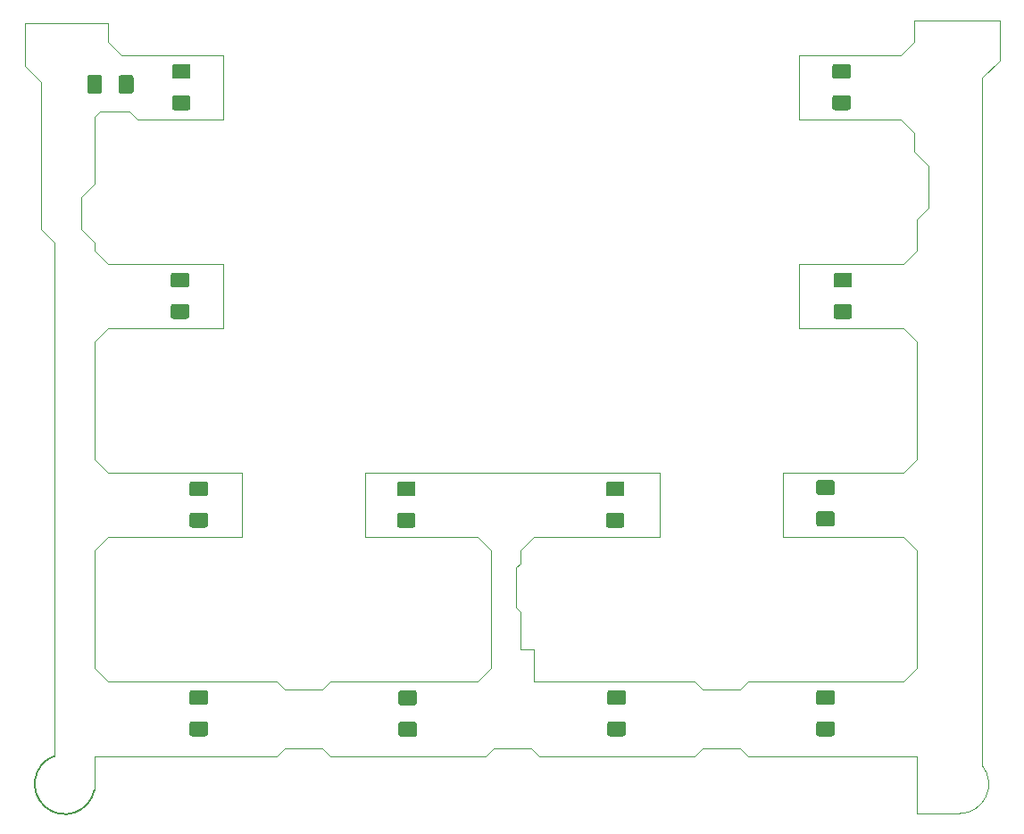
<source format=gbr>
G04 #@! TF.GenerationSoftware,KiCad,Pcbnew,(5.1.5)-3*
G04 #@! TF.CreationDate,2020-06-30T23:52:34-07:00*
G04 #@! TF.ProjectId,daughter,64617567-6874-4657-922e-6b696361645f,rev?*
G04 #@! TF.SameCoordinates,Original*
G04 #@! TF.FileFunction,Paste,Bot*
G04 #@! TF.FilePolarity,Positive*
%FSLAX46Y46*%
G04 Gerber Fmt 4.6, Leading zero omitted, Abs format (unit mm)*
G04 Created by KiCad (PCBNEW (5.1.5)-3) date 2020-06-30 23:52:34*
%MOMM*%
%LPD*%
G04 APERTURE LIST*
%ADD10C,0.050000*%
%ADD11C,0.120000*%
%ADD12C,0.150000*%
%ADD13C,0.100000*%
G04 APERTURE END LIST*
D10*
X143510000Y-186690000D02*
X159512000Y-186690000D01*
X139192000Y-185928000D02*
X138430000Y-186690000D01*
X142748000Y-185928000D02*
X139192000Y-185928000D01*
X143510000Y-186690000D02*
X142748000Y-185928000D01*
X74930000Y-121158000D02*
X74930000Y-117094000D01*
X76454000Y-122682000D02*
X74930000Y-121158000D01*
X76454000Y-136652000D02*
X76454000Y-122682000D01*
X77724000Y-137922000D02*
X76454000Y-136652000D01*
X77724000Y-137922000D02*
X77724001Y-186690001D01*
X81534000Y-186690000D02*
X81536221Y-189928213D01*
X98806000Y-186690000D02*
X81534000Y-186690000D01*
X99568000Y-185928000D02*
X98806000Y-186690000D01*
X103124000Y-185928000D02*
X99568000Y-185928000D01*
X103886000Y-186690000D02*
X103124000Y-185928000D01*
X118618000Y-186690000D02*
X103886000Y-186690000D01*
X119380000Y-185928000D02*
X118618000Y-186690000D01*
X122936000Y-185928000D02*
X119380000Y-185928000D01*
X123698000Y-186690000D02*
X122936000Y-185928000D01*
X138430000Y-186690000D02*
X123698000Y-186690000D01*
X159512000Y-192151000D02*
X159512000Y-186690000D01*
X159512000Y-192151000D02*
X163576000Y-192151000D01*
X165735000Y-122301000D02*
X165735000Y-187579000D01*
X167386000Y-120650000D02*
X165735000Y-122301000D01*
X167386000Y-116840000D02*
X167386000Y-120650000D01*
X159258000Y-116840000D02*
X167386000Y-116840000D01*
X159258000Y-118872000D02*
X159258000Y-116840000D01*
X157988000Y-120142000D02*
X159258000Y-118872000D01*
X148336000Y-120142000D02*
X157988000Y-120142000D01*
X148336000Y-126238000D02*
X148336000Y-120142000D01*
X157988000Y-126238000D02*
X148336000Y-126238000D01*
X159258000Y-127508000D02*
X157988000Y-126238000D01*
X159258000Y-129286000D02*
X159258000Y-127508000D01*
X160655000Y-130683000D02*
X159258000Y-129286000D01*
X160655000Y-134620000D02*
X160655000Y-130683000D01*
X159512000Y-135763000D02*
X160655000Y-134620000D01*
X159512000Y-138684000D02*
X159512000Y-135763000D01*
X158242000Y-139954000D02*
X159512000Y-138684000D01*
X148336000Y-139954000D02*
X158242000Y-139954000D01*
X148336000Y-146050000D02*
X148336000Y-139954000D01*
X158242000Y-146050000D02*
X148336000Y-146050000D01*
X159512000Y-147320000D02*
X158242000Y-146050000D01*
X159512000Y-158496000D02*
X159512000Y-147320000D01*
X158242000Y-159766000D02*
X159512000Y-158496000D01*
X146812000Y-159766000D02*
X158242000Y-159766000D01*
X146812000Y-165862000D02*
X146812000Y-159766000D01*
X158242000Y-165862000D02*
X146812000Y-165862000D01*
X159512000Y-167132000D02*
X158242000Y-165862000D01*
X159512000Y-178308000D02*
X159512000Y-167132000D01*
X158242000Y-179578000D02*
X159512000Y-178308000D01*
X143510000Y-179578000D02*
X158242000Y-179578000D01*
X142748000Y-180340000D02*
X143510000Y-179578000D01*
X139192000Y-180340000D02*
X142748000Y-180340000D01*
X138430000Y-179578000D02*
X139192000Y-180340000D01*
X123190000Y-179578000D02*
X138430000Y-179578000D01*
X123190000Y-176530000D02*
X123190000Y-179578000D01*
X121920000Y-176530000D02*
X123190000Y-176530000D01*
X121920000Y-172974000D02*
X121920000Y-176530000D01*
X121539000Y-172593000D02*
X121920000Y-172974000D01*
X121539000Y-168783000D02*
X121539000Y-172593000D01*
X121920000Y-168402000D02*
X121539000Y-168783000D01*
X121920000Y-167132000D02*
X121920000Y-168402000D01*
X123190000Y-165862000D02*
X121920000Y-167132000D01*
X135128000Y-165862000D02*
X123190000Y-165862000D01*
X135128000Y-159766000D02*
X135128000Y-165862000D01*
X107188000Y-159766000D02*
X135128000Y-159766000D01*
X107188000Y-165862000D02*
X107188000Y-159766000D01*
X117856000Y-165862000D02*
X107188000Y-165862000D01*
X119126000Y-167132000D02*
X117856000Y-165862000D01*
X119126000Y-178308000D02*
X119126000Y-167132000D01*
X117856000Y-179578000D02*
X119126000Y-178308000D01*
X103886000Y-179578000D02*
X117856000Y-179578000D01*
X103124000Y-180340000D02*
X103886000Y-179578000D01*
X99568000Y-180340000D02*
X103124000Y-180340000D01*
X98806000Y-179578000D02*
X99568000Y-180340000D01*
X82804000Y-179578000D02*
X98806000Y-179578000D01*
X81534000Y-178308000D02*
X82804000Y-179578000D01*
X81534000Y-167132000D02*
X81534000Y-178308000D01*
X82804000Y-165862000D02*
X81534000Y-167132000D01*
X95504000Y-165862000D02*
X82804000Y-165862000D01*
X95504000Y-159766000D02*
X95504000Y-165862000D01*
X82804000Y-159766000D02*
X95504000Y-159766000D01*
X81534000Y-158496000D02*
X82804000Y-159766000D01*
X81534000Y-147320000D02*
X81534000Y-158496000D01*
X82804000Y-146050000D02*
X81534000Y-147320000D01*
X93726000Y-146050000D02*
X82804000Y-146050000D01*
X93726000Y-139954000D02*
X93726000Y-146050000D01*
X82804000Y-139954000D02*
X93726000Y-139954000D01*
X81534000Y-138684000D02*
X82804000Y-139954000D01*
X81534000Y-137922000D02*
X81534000Y-138684000D01*
X80264000Y-136652000D02*
X81534000Y-137922000D01*
X80264000Y-133604000D02*
X80264000Y-136652000D01*
X81534000Y-132334000D02*
X80264000Y-133604000D01*
X81534000Y-125984000D02*
X81534000Y-132334000D01*
X82042000Y-125476000D02*
X81534000Y-125984000D01*
X84836000Y-125476000D02*
X82042000Y-125476000D01*
X85598000Y-126238000D02*
X84836000Y-125476000D01*
X93726000Y-126238000D02*
X85598000Y-126238000D01*
X93726000Y-120142000D02*
X93726000Y-126238000D01*
X84074000Y-120142000D02*
X93726000Y-120142000D01*
X82804000Y-118872000D02*
X84074000Y-120142000D01*
X82804000Y-117094000D02*
X82804000Y-118872000D01*
X74930000Y-117094000D02*
X82804000Y-117094000D01*
D11*
X165731919Y-187579797D02*
G75*
G02X163576000Y-192151000I-2155919J-1777203D01*
G01*
D12*
X81536221Y-189928213D02*
G75*
G02X77724001Y-186690001I-2796221J571213D01*
G01*
D13*
G36*
X85032504Y-122062204D02*
G01*
X85056773Y-122065804D01*
X85080571Y-122071765D01*
X85103671Y-122080030D01*
X85125849Y-122090520D01*
X85146893Y-122103133D01*
X85166598Y-122117747D01*
X85184777Y-122134223D01*
X85201253Y-122152402D01*
X85215867Y-122172107D01*
X85228480Y-122193151D01*
X85238970Y-122215329D01*
X85247235Y-122238429D01*
X85253196Y-122262227D01*
X85256796Y-122286496D01*
X85258000Y-122311000D01*
X85258000Y-123561000D01*
X85256796Y-123585504D01*
X85253196Y-123609773D01*
X85247235Y-123633571D01*
X85238970Y-123656671D01*
X85228480Y-123678849D01*
X85215867Y-123699893D01*
X85201253Y-123719598D01*
X85184777Y-123737777D01*
X85166598Y-123754253D01*
X85146893Y-123768867D01*
X85125849Y-123781480D01*
X85103671Y-123791970D01*
X85080571Y-123800235D01*
X85056773Y-123806196D01*
X85032504Y-123809796D01*
X85008000Y-123811000D01*
X84083000Y-123811000D01*
X84058496Y-123809796D01*
X84034227Y-123806196D01*
X84010429Y-123800235D01*
X83987329Y-123791970D01*
X83965151Y-123781480D01*
X83944107Y-123768867D01*
X83924402Y-123754253D01*
X83906223Y-123737777D01*
X83889747Y-123719598D01*
X83875133Y-123699893D01*
X83862520Y-123678849D01*
X83852030Y-123656671D01*
X83843765Y-123633571D01*
X83837804Y-123609773D01*
X83834204Y-123585504D01*
X83833000Y-123561000D01*
X83833000Y-122311000D01*
X83834204Y-122286496D01*
X83837804Y-122262227D01*
X83843765Y-122238429D01*
X83852030Y-122215329D01*
X83862520Y-122193151D01*
X83875133Y-122172107D01*
X83889747Y-122152402D01*
X83906223Y-122134223D01*
X83924402Y-122117747D01*
X83944107Y-122103133D01*
X83965151Y-122090520D01*
X83987329Y-122080030D01*
X84010429Y-122071765D01*
X84034227Y-122065804D01*
X84058496Y-122062204D01*
X84083000Y-122061000D01*
X85008000Y-122061000D01*
X85032504Y-122062204D01*
G37*
G36*
X82057504Y-122062204D02*
G01*
X82081773Y-122065804D01*
X82105571Y-122071765D01*
X82128671Y-122080030D01*
X82150849Y-122090520D01*
X82171893Y-122103133D01*
X82191598Y-122117747D01*
X82209777Y-122134223D01*
X82226253Y-122152402D01*
X82240867Y-122172107D01*
X82253480Y-122193151D01*
X82263970Y-122215329D01*
X82272235Y-122238429D01*
X82278196Y-122262227D01*
X82281796Y-122286496D01*
X82283000Y-122311000D01*
X82283000Y-123561000D01*
X82281796Y-123585504D01*
X82278196Y-123609773D01*
X82272235Y-123633571D01*
X82263970Y-123656671D01*
X82253480Y-123678849D01*
X82240867Y-123699893D01*
X82226253Y-123719598D01*
X82209777Y-123737777D01*
X82191598Y-123754253D01*
X82171893Y-123768867D01*
X82150849Y-123781480D01*
X82128671Y-123791970D01*
X82105571Y-123800235D01*
X82081773Y-123806196D01*
X82057504Y-123809796D01*
X82033000Y-123811000D01*
X81108000Y-123811000D01*
X81083496Y-123809796D01*
X81059227Y-123806196D01*
X81035429Y-123800235D01*
X81012329Y-123791970D01*
X80990151Y-123781480D01*
X80969107Y-123768867D01*
X80949402Y-123754253D01*
X80931223Y-123737777D01*
X80914747Y-123719598D01*
X80900133Y-123699893D01*
X80887520Y-123678849D01*
X80877030Y-123656671D01*
X80868765Y-123633571D01*
X80862804Y-123609773D01*
X80859204Y-123585504D01*
X80858000Y-123561000D01*
X80858000Y-122311000D01*
X80859204Y-122286496D01*
X80862804Y-122262227D01*
X80868765Y-122238429D01*
X80877030Y-122215329D01*
X80887520Y-122193151D01*
X80900133Y-122172107D01*
X80914747Y-122152402D01*
X80931223Y-122134223D01*
X80949402Y-122117747D01*
X80969107Y-122103133D01*
X80990151Y-122090520D01*
X81012329Y-122080030D01*
X81035429Y-122071765D01*
X81059227Y-122065804D01*
X81083496Y-122062204D01*
X81108000Y-122061000D01*
X82033000Y-122061000D01*
X82057504Y-122062204D01*
G37*
G36*
X92089504Y-183402204D02*
G01*
X92113773Y-183405804D01*
X92137571Y-183411765D01*
X92160671Y-183420030D01*
X92182849Y-183430520D01*
X92203893Y-183443133D01*
X92223598Y-183457747D01*
X92241777Y-183474223D01*
X92258253Y-183492402D01*
X92272867Y-183512107D01*
X92285480Y-183533151D01*
X92295970Y-183555329D01*
X92304235Y-183578429D01*
X92310196Y-183602227D01*
X92313796Y-183626496D01*
X92315000Y-183651000D01*
X92315000Y-184576000D01*
X92313796Y-184600504D01*
X92310196Y-184624773D01*
X92304235Y-184648571D01*
X92295970Y-184671671D01*
X92285480Y-184693849D01*
X92272867Y-184714893D01*
X92258253Y-184734598D01*
X92241777Y-184752777D01*
X92223598Y-184769253D01*
X92203893Y-184783867D01*
X92182849Y-184796480D01*
X92160671Y-184806970D01*
X92137571Y-184815235D01*
X92113773Y-184821196D01*
X92089504Y-184824796D01*
X92065000Y-184826000D01*
X90815000Y-184826000D01*
X90790496Y-184824796D01*
X90766227Y-184821196D01*
X90742429Y-184815235D01*
X90719329Y-184806970D01*
X90697151Y-184796480D01*
X90676107Y-184783867D01*
X90656402Y-184769253D01*
X90638223Y-184752777D01*
X90621747Y-184734598D01*
X90607133Y-184714893D01*
X90594520Y-184693849D01*
X90584030Y-184671671D01*
X90575765Y-184648571D01*
X90569804Y-184624773D01*
X90566204Y-184600504D01*
X90565000Y-184576000D01*
X90565000Y-183651000D01*
X90566204Y-183626496D01*
X90569804Y-183602227D01*
X90575765Y-183578429D01*
X90584030Y-183555329D01*
X90594520Y-183533151D01*
X90607133Y-183512107D01*
X90621747Y-183492402D01*
X90638223Y-183474223D01*
X90656402Y-183457747D01*
X90676107Y-183443133D01*
X90697151Y-183430520D01*
X90719329Y-183420030D01*
X90742429Y-183411765D01*
X90766227Y-183405804D01*
X90790496Y-183402204D01*
X90815000Y-183401000D01*
X92065000Y-183401000D01*
X92089504Y-183402204D01*
G37*
G36*
X92089504Y-180427204D02*
G01*
X92113773Y-180430804D01*
X92137571Y-180436765D01*
X92160671Y-180445030D01*
X92182849Y-180455520D01*
X92203893Y-180468133D01*
X92223598Y-180482747D01*
X92241777Y-180499223D01*
X92258253Y-180517402D01*
X92272867Y-180537107D01*
X92285480Y-180558151D01*
X92295970Y-180580329D01*
X92304235Y-180603429D01*
X92310196Y-180627227D01*
X92313796Y-180651496D01*
X92315000Y-180676000D01*
X92315000Y-181601000D01*
X92313796Y-181625504D01*
X92310196Y-181649773D01*
X92304235Y-181673571D01*
X92295970Y-181696671D01*
X92285480Y-181718849D01*
X92272867Y-181739893D01*
X92258253Y-181759598D01*
X92241777Y-181777777D01*
X92223598Y-181794253D01*
X92203893Y-181808867D01*
X92182849Y-181821480D01*
X92160671Y-181831970D01*
X92137571Y-181840235D01*
X92113773Y-181846196D01*
X92089504Y-181849796D01*
X92065000Y-181851000D01*
X90815000Y-181851000D01*
X90790496Y-181849796D01*
X90766227Y-181846196D01*
X90742429Y-181840235D01*
X90719329Y-181831970D01*
X90697151Y-181821480D01*
X90676107Y-181808867D01*
X90656402Y-181794253D01*
X90638223Y-181777777D01*
X90621747Y-181759598D01*
X90607133Y-181739893D01*
X90594520Y-181718849D01*
X90584030Y-181696671D01*
X90575765Y-181673571D01*
X90569804Y-181649773D01*
X90566204Y-181625504D01*
X90565000Y-181601000D01*
X90565000Y-180676000D01*
X90566204Y-180651496D01*
X90569804Y-180627227D01*
X90575765Y-180603429D01*
X90584030Y-180580329D01*
X90594520Y-180558151D01*
X90607133Y-180537107D01*
X90621747Y-180517402D01*
X90638223Y-180499223D01*
X90656402Y-180482747D01*
X90676107Y-180468133D01*
X90697151Y-180455520D01*
X90719329Y-180445030D01*
X90742429Y-180436765D01*
X90766227Y-180430804D01*
X90790496Y-180427204D01*
X90815000Y-180426000D01*
X92065000Y-180426000D01*
X92089504Y-180427204D01*
G37*
G36*
X92089504Y-163590204D02*
G01*
X92113773Y-163593804D01*
X92137571Y-163599765D01*
X92160671Y-163608030D01*
X92182849Y-163618520D01*
X92203893Y-163631133D01*
X92223598Y-163645747D01*
X92241777Y-163662223D01*
X92258253Y-163680402D01*
X92272867Y-163700107D01*
X92285480Y-163721151D01*
X92295970Y-163743329D01*
X92304235Y-163766429D01*
X92310196Y-163790227D01*
X92313796Y-163814496D01*
X92315000Y-163839000D01*
X92315000Y-164764000D01*
X92313796Y-164788504D01*
X92310196Y-164812773D01*
X92304235Y-164836571D01*
X92295970Y-164859671D01*
X92285480Y-164881849D01*
X92272867Y-164902893D01*
X92258253Y-164922598D01*
X92241777Y-164940777D01*
X92223598Y-164957253D01*
X92203893Y-164971867D01*
X92182849Y-164984480D01*
X92160671Y-164994970D01*
X92137571Y-165003235D01*
X92113773Y-165009196D01*
X92089504Y-165012796D01*
X92065000Y-165014000D01*
X90815000Y-165014000D01*
X90790496Y-165012796D01*
X90766227Y-165009196D01*
X90742429Y-165003235D01*
X90719329Y-164994970D01*
X90697151Y-164984480D01*
X90676107Y-164971867D01*
X90656402Y-164957253D01*
X90638223Y-164940777D01*
X90621747Y-164922598D01*
X90607133Y-164902893D01*
X90594520Y-164881849D01*
X90584030Y-164859671D01*
X90575765Y-164836571D01*
X90569804Y-164812773D01*
X90566204Y-164788504D01*
X90565000Y-164764000D01*
X90565000Y-163839000D01*
X90566204Y-163814496D01*
X90569804Y-163790227D01*
X90575765Y-163766429D01*
X90584030Y-163743329D01*
X90594520Y-163721151D01*
X90607133Y-163700107D01*
X90621747Y-163680402D01*
X90638223Y-163662223D01*
X90656402Y-163645747D01*
X90676107Y-163631133D01*
X90697151Y-163618520D01*
X90719329Y-163608030D01*
X90742429Y-163599765D01*
X90766227Y-163593804D01*
X90790496Y-163590204D01*
X90815000Y-163589000D01*
X92065000Y-163589000D01*
X92089504Y-163590204D01*
G37*
G36*
X92089504Y-160615204D02*
G01*
X92113773Y-160618804D01*
X92137571Y-160624765D01*
X92160671Y-160633030D01*
X92182849Y-160643520D01*
X92203893Y-160656133D01*
X92223598Y-160670747D01*
X92241777Y-160687223D01*
X92258253Y-160705402D01*
X92272867Y-160725107D01*
X92285480Y-160746151D01*
X92295970Y-160768329D01*
X92304235Y-160791429D01*
X92310196Y-160815227D01*
X92313796Y-160839496D01*
X92315000Y-160864000D01*
X92315000Y-161789000D01*
X92313796Y-161813504D01*
X92310196Y-161837773D01*
X92304235Y-161861571D01*
X92295970Y-161884671D01*
X92285480Y-161906849D01*
X92272867Y-161927893D01*
X92258253Y-161947598D01*
X92241777Y-161965777D01*
X92223598Y-161982253D01*
X92203893Y-161996867D01*
X92182849Y-162009480D01*
X92160671Y-162019970D01*
X92137571Y-162028235D01*
X92113773Y-162034196D01*
X92089504Y-162037796D01*
X92065000Y-162039000D01*
X90815000Y-162039000D01*
X90790496Y-162037796D01*
X90766227Y-162034196D01*
X90742429Y-162028235D01*
X90719329Y-162019970D01*
X90697151Y-162009480D01*
X90676107Y-161996867D01*
X90656402Y-161982253D01*
X90638223Y-161965777D01*
X90621747Y-161947598D01*
X90607133Y-161927893D01*
X90594520Y-161906849D01*
X90584030Y-161884671D01*
X90575765Y-161861571D01*
X90569804Y-161837773D01*
X90566204Y-161813504D01*
X90565000Y-161789000D01*
X90565000Y-160864000D01*
X90566204Y-160839496D01*
X90569804Y-160815227D01*
X90575765Y-160791429D01*
X90584030Y-160768329D01*
X90594520Y-160746151D01*
X90607133Y-160725107D01*
X90621747Y-160705402D01*
X90638223Y-160687223D01*
X90656402Y-160670747D01*
X90676107Y-160656133D01*
X90697151Y-160643520D01*
X90719329Y-160633030D01*
X90742429Y-160624765D01*
X90766227Y-160618804D01*
X90790496Y-160615204D01*
X90815000Y-160614000D01*
X92065000Y-160614000D01*
X92089504Y-160615204D01*
G37*
G36*
X90311504Y-140803204D02*
G01*
X90335773Y-140806804D01*
X90359571Y-140812765D01*
X90382671Y-140821030D01*
X90404849Y-140831520D01*
X90425893Y-140844133D01*
X90445598Y-140858747D01*
X90463777Y-140875223D01*
X90480253Y-140893402D01*
X90494867Y-140913107D01*
X90507480Y-140934151D01*
X90517970Y-140956329D01*
X90526235Y-140979429D01*
X90532196Y-141003227D01*
X90535796Y-141027496D01*
X90537000Y-141052000D01*
X90537000Y-141977000D01*
X90535796Y-142001504D01*
X90532196Y-142025773D01*
X90526235Y-142049571D01*
X90517970Y-142072671D01*
X90507480Y-142094849D01*
X90494867Y-142115893D01*
X90480253Y-142135598D01*
X90463777Y-142153777D01*
X90445598Y-142170253D01*
X90425893Y-142184867D01*
X90404849Y-142197480D01*
X90382671Y-142207970D01*
X90359571Y-142216235D01*
X90335773Y-142222196D01*
X90311504Y-142225796D01*
X90287000Y-142227000D01*
X89037000Y-142227000D01*
X89012496Y-142225796D01*
X88988227Y-142222196D01*
X88964429Y-142216235D01*
X88941329Y-142207970D01*
X88919151Y-142197480D01*
X88898107Y-142184867D01*
X88878402Y-142170253D01*
X88860223Y-142153777D01*
X88843747Y-142135598D01*
X88829133Y-142115893D01*
X88816520Y-142094849D01*
X88806030Y-142072671D01*
X88797765Y-142049571D01*
X88791804Y-142025773D01*
X88788204Y-142001504D01*
X88787000Y-141977000D01*
X88787000Y-141052000D01*
X88788204Y-141027496D01*
X88791804Y-141003227D01*
X88797765Y-140979429D01*
X88806030Y-140956329D01*
X88816520Y-140934151D01*
X88829133Y-140913107D01*
X88843747Y-140893402D01*
X88860223Y-140875223D01*
X88878402Y-140858747D01*
X88898107Y-140844133D01*
X88919151Y-140831520D01*
X88941329Y-140821030D01*
X88964429Y-140812765D01*
X88988227Y-140806804D01*
X89012496Y-140803204D01*
X89037000Y-140802000D01*
X90287000Y-140802000D01*
X90311504Y-140803204D01*
G37*
G36*
X90311504Y-143778204D02*
G01*
X90335773Y-143781804D01*
X90359571Y-143787765D01*
X90382671Y-143796030D01*
X90404849Y-143806520D01*
X90425893Y-143819133D01*
X90445598Y-143833747D01*
X90463777Y-143850223D01*
X90480253Y-143868402D01*
X90494867Y-143888107D01*
X90507480Y-143909151D01*
X90517970Y-143931329D01*
X90526235Y-143954429D01*
X90532196Y-143978227D01*
X90535796Y-144002496D01*
X90537000Y-144027000D01*
X90537000Y-144952000D01*
X90535796Y-144976504D01*
X90532196Y-145000773D01*
X90526235Y-145024571D01*
X90517970Y-145047671D01*
X90507480Y-145069849D01*
X90494867Y-145090893D01*
X90480253Y-145110598D01*
X90463777Y-145128777D01*
X90445598Y-145145253D01*
X90425893Y-145159867D01*
X90404849Y-145172480D01*
X90382671Y-145182970D01*
X90359571Y-145191235D01*
X90335773Y-145197196D01*
X90311504Y-145200796D01*
X90287000Y-145202000D01*
X89037000Y-145202000D01*
X89012496Y-145200796D01*
X88988227Y-145197196D01*
X88964429Y-145191235D01*
X88941329Y-145182970D01*
X88919151Y-145172480D01*
X88898107Y-145159867D01*
X88878402Y-145145253D01*
X88860223Y-145128777D01*
X88843747Y-145110598D01*
X88829133Y-145090893D01*
X88816520Y-145069849D01*
X88806030Y-145047671D01*
X88797765Y-145024571D01*
X88791804Y-145000773D01*
X88788204Y-144976504D01*
X88787000Y-144952000D01*
X88787000Y-144027000D01*
X88788204Y-144002496D01*
X88791804Y-143978227D01*
X88797765Y-143954429D01*
X88806030Y-143931329D01*
X88816520Y-143909151D01*
X88829133Y-143888107D01*
X88843747Y-143868402D01*
X88860223Y-143850223D01*
X88878402Y-143833747D01*
X88898107Y-143819133D01*
X88919151Y-143806520D01*
X88941329Y-143796030D01*
X88964429Y-143787765D01*
X88988227Y-143781804D01*
X89012496Y-143778204D01*
X89037000Y-143777000D01*
X90287000Y-143777000D01*
X90311504Y-143778204D01*
G37*
G36*
X90438504Y-123966204D02*
G01*
X90462773Y-123969804D01*
X90486571Y-123975765D01*
X90509671Y-123984030D01*
X90531849Y-123994520D01*
X90552893Y-124007133D01*
X90572598Y-124021747D01*
X90590777Y-124038223D01*
X90607253Y-124056402D01*
X90621867Y-124076107D01*
X90634480Y-124097151D01*
X90644970Y-124119329D01*
X90653235Y-124142429D01*
X90659196Y-124166227D01*
X90662796Y-124190496D01*
X90664000Y-124215000D01*
X90664000Y-125140000D01*
X90662796Y-125164504D01*
X90659196Y-125188773D01*
X90653235Y-125212571D01*
X90644970Y-125235671D01*
X90634480Y-125257849D01*
X90621867Y-125278893D01*
X90607253Y-125298598D01*
X90590777Y-125316777D01*
X90572598Y-125333253D01*
X90552893Y-125347867D01*
X90531849Y-125360480D01*
X90509671Y-125370970D01*
X90486571Y-125379235D01*
X90462773Y-125385196D01*
X90438504Y-125388796D01*
X90414000Y-125390000D01*
X89164000Y-125390000D01*
X89139496Y-125388796D01*
X89115227Y-125385196D01*
X89091429Y-125379235D01*
X89068329Y-125370970D01*
X89046151Y-125360480D01*
X89025107Y-125347867D01*
X89005402Y-125333253D01*
X88987223Y-125316777D01*
X88970747Y-125298598D01*
X88956133Y-125278893D01*
X88943520Y-125257849D01*
X88933030Y-125235671D01*
X88924765Y-125212571D01*
X88918804Y-125188773D01*
X88915204Y-125164504D01*
X88914000Y-125140000D01*
X88914000Y-124215000D01*
X88915204Y-124190496D01*
X88918804Y-124166227D01*
X88924765Y-124142429D01*
X88933030Y-124119329D01*
X88943520Y-124097151D01*
X88956133Y-124076107D01*
X88970747Y-124056402D01*
X88987223Y-124038223D01*
X89005402Y-124021747D01*
X89025107Y-124007133D01*
X89046151Y-123994520D01*
X89068329Y-123984030D01*
X89091429Y-123975765D01*
X89115227Y-123969804D01*
X89139496Y-123966204D01*
X89164000Y-123965000D01*
X90414000Y-123965000D01*
X90438504Y-123966204D01*
G37*
G36*
X90438504Y-120991204D02*
G01*
X90462773Y-120994804D01*
X90486571Y-121000765D01*
X90509671Y-121009030D01*
X90531849Y-121019520D01*
X90552893Y-121032133D01*
X90572598Y-121046747D01*
X90590777Y-121063223D01*
X90607253Y-121081402D01*
X90621867Y-121101107D01*
X90634480Y-121122151D01*
X90644970Y-121144329D01*
X90653235Y-121167429D01*
X90659196Y-121191227D01*
X90662796Y-121215496D01*
X90664000Y-121240000D01*
X90664000Y-122165000D01*
X90662796Y-122189504D01*
X90659196Y-122213773D01*
X90653235Y-122237571D01*
X90644970Y-122260671D01*
X90634480Y-122282849D01*
X90621867Y-122303893D01*
X90607253Y-122323598D01*
X90590777Y-122341777D01*
X90572598Y-122358253D01*
X90552893Y-122372867D01*
X90531849Y-122385480D01*
X90509671Y-122395970D01*
X90486571Y-122404235D01*
X90462773Y-122410196D01*
X90438504Y-122413796D01*
X90414000Y-122415000D01*
X89164000Y-122415000D01*
X89139496Y-122413796D01*
X89115227Y-122410196D01*
X89091429Y-122404235D01*
X89068329Y-122395970D01*
X89046151Y-122385480D01*
X89025107Y-122372867D01*
X89005402Y-122358253D01*
X88987223Y-122341777D01*
X88970747Y-122323598D01*
X88956133Y-122303893D01*
X88943520Y-122282849D01*
X88933030Y-122260671D01*
X88924765Y-122237571D01*
X88918804Y-122213773D01*
X88915204Y-122189504D01*
X88914000Y-122165000D01*
X88914000Y-121240000D01*
X88915204Y-121215496D01*
X88918804Y-121191227D01*
X88924765Y-121167429D01*
X88933030Y-121144329D01*
X88943520Y-121122151D01*
X88956133Y-121101107D01*
X88970747Y-121081402D01*
X88987223Y-121063223D01*
X89005402Y-121046747D01*
X89025107Y-121032133D01*
X89046151Y-121019520D01*
X89068329Y-121009030D01*
X89091429Y-121000765D01*
X89115227Y-120994804D01*
X89139496Y-120991204D01*
X89164000Y-120990000D01*
X90414000Y-120990000D01*
X90438504Y-120991204D01*
G37*
G36*
X131586504Y-163590204D02*
G01*
X131610773Y-163593804D01*
X131634571Y-163599765D01*
X131657671Y-163608030D01*
X131679849Y-163618520D01*
X131700893Y-163631133D01*
X131720598Y-163645747D01*
X131738777Y-163662223D01*
X131755253Y-163680402D01*
X131769867Y-163700107D01*
X131782480Y-163721151D01*
X131792970Y-163743329D01*
X131801235Y-163766429D01*
X131807196Y-163790227D01*
X131810796Y-163814496D01*
X131812000Y-163839000D01*
X131812000Y-164764000D01*
X131810796Y-164788504D01*
X131807196Y-164812773D01*
X131801235Y-164836571D01*
X131792970Y-164859671D01*
X131782480Y-164881849D01*
X131769867Y-164902893D01*
X131755253Y-164922598D01*
X131738777Y-164940777D01*
X131720598Y-164957253D01*
X131700893Y-164971867D01*
X131679849Y-164984480D01*
X131657671Y-164994970D01*
X131634571Y-165003235D01*
X131610773Y-165009196D01*
X131586504Y-165012796D01*
X131562000Y-165014000D01*
X130312000Y-165014000D01*
X130287496Y-165012796D01*
X130263227Y-165009196D01*
X130239429Y-165003235D01*
X130216329Y-164994970D01*
X130194151Y-164984480D01*
X130173107Y-164971867D01*
X130153402Y-164957253D01*
X130135223Y-164940777D01*
X130118747Y-164922598D01*
X130104133Y-164902893D01*
X130091520Y-164881849D01*
X130081030Y-164859671D01*
X130072765Y-164836571D01*
X130066804Y-164812773D01*
X130063204Y-164788504D01*
X130062000Y-164764000D01*
X130062000Y-163839000D01*
X130063204Y-163814496D01*
X130066804Y-163790227D01*
X130072765Y-163766429D01*
X130081030Y-163743329D01*
X130091520Y-163721151D01*
X130104133Y-163700107D01*
X130118747Y-163680402D01*
X130135223Y-163662223D01*
X130153402Y-163645747D01*
X130173107Y-163631133D01*
X130194151Y-163618520D01*
X130216329Y-163608030D01*
X130239429Y-163599765D01*
X130263227Y-163593804D01*
X130287496Y-163590204D01*
X130312000Y-163589000D01*
X131562000Y-163589000D01*
X131586504Y-163590204D01*
G37*
G36*
X131586504Y-160615204D02*
G01*
X131610773Y-160618804D01*
X131634571Y-160624765D01*
X131657671Y-160633030D01*
X131679849Y-160643520D01*
X131700893Y-160656133D01*
X131720598Y-160670747D01*
X131738777Y-160687223D01*
X131755253Y-160705402D01*
X131769867Y-160725107D01*
X131782480Y-160746151D01*
X131792970Y-160768329D01*
X131801235Y-160791429D01*
X131807196Y-160815227D01*
X131810796Y-160839496D01*
X131812000Y-160864000D01*
X131812000Y-161789000D01*
X131810796Y-161813504D01*
X131807196Y-161837773D01*
X131801235Y-161861571D01*
X131792970Y-161884671D01*
X131782480Y-161906849D01*
X131769867Y-161927893D01*
X131755253Y-161947598D01*
X131738777Y-161965777D01*
X131720598Y-161982253D01*
X131700893Y-161996867D01*
X131679849Y-162009480D01*
X131657671Y-162019970D01*
X131634571Y-162028235D01*
X131610773Y-162034196D01*
X131586504Y-162037796D01*
X131562000Y-162039000D01*
X130312000Y-162039000D01*
X130287496Y-162037796D01*
X130263227Y-162034196D01*
X130239429Y-162028235D01*
X130216329Y-162019970D01*
X130194151Y-162009480D01*
X130173107Y-161996867D01*
X130153402Y-161982253D01*
X130135223Y-161965777D01*
X130118747Y-161947598D01*
X130104133Y-161927893D01*
X130091520Y-161906849D01*
X130081030Y-161884671D01*
X130072765Y-161861571D01*
X130066804Y-161837773D01*
X130063204Y-161813504D01*
X130062000Y-161789000D01*
X130062000Y-160864000D01*
X130063204Y-160839496D01*
X130066804Y-160815227D01*
X130072765Y-160791429D01*
X130081030Y-160768329D01*
X130091520Y-160746151D01*
X130104133Y-160725107D01*
X130118747Y-160705402D01*
X130135223Y-160687223D01*
X130153402Y-160670747D01*
X130173107Y-160656133D01*
X130194151Y-160643520D01*
X130216329Y-160633030D01*
X130239429Y-160624765D01*
X130263227Y-160618804D01*
X130287496Y-160615204D01*
X130312000Y-160614000D01*
X131562000Y-160614000D01*
X131586504Y-160615204D01*
G37*
G36*
X111774504Y-163590204D02*
G01*
X111798773Y-163593804D01*
X111822571Y-163599765D01*
X111845671Y-163608030D01*
X111867849Y-163618520D01*
X111888893Y-163631133D01*
X111908598Y-163645747D01*
X111926777Y-163662223D01*
X111943253Y-163680402D01*
X111957867Y-163700107D01*
X111970480Y-163721151D01*
X111980970Y-163743329D01*
X111989235Y-163766429D01*
X111995196Y-163790227D01*
X111998796Y-163814496D01*
X112000000Y-163839000D01*
X112000000Y-164764000D01*
X111998796Y-164788504D01*
X111995196Y-164812773D01*
X111989235Y-164836571D01*
X111980970Y-164859671D01*
X111970480Y-164881849D01*
X111957867Y-164902893D01*
X111943253Y-164922598D01*
X111926777Y-164940777D01*
X111908598Y-164957253D01*
X111888893Y-164971867D01*
X111867849Y-164984480D01*
X111845671Y-164994970D01*
X111822571Y-165003235D01*
X111798773Y-165009196D01*
X111774504Y-165012796D01*
X111750000Y-165014000D01*
X110500000Y-165014000D01*
X110475496Y-165012796D01*
X110451227Y-165009196D01*
X110427429Y-165003235D01*
X110404329Y-164994970D01*
X110382151Y-164984480D01*
X110361107Y-164971867D01*
X110341402Y-164957253D01*
X110323223Y-164940777D01*
X110306747Y-164922598D01*
X110292133Y-164902893D01*
X110279520Y-164881849D01*
X110269030Y-164859671D01*
X110260765Y-164836571D01*
X110254804Y-164812773D01*
X110251204Y-164788504D01*
X110250000Y-164764000D01*
X110250000Y-163839000D01*
X110251204Y-163814496D01*
X110254804Y-163790227D01*
X110260765Y-163766429D01*
X110269030Y-163743329D01*
X110279520Y-163721151D01*
X110292133Y-163700107D01*
X110306747Y-163680402D01*
X110323223Y-163662223D01*
X110341402Y-163645747D01*
X110361107Y-163631133D01*
X110382151Y-163618520D01*
X110404329Y-163608030D01*
X110427429Y-163599765D01*
X110451227Y-163593804D01*
X110475496Y-163590204D01*
X110500000Y-163589000D01*
X111750000Y-163589000D01*
X111774504Y-163590204D01*
G37*
G36*
X111774504Y-160615204D02*
G01*
X111798773Y-160618804D01*
X111822571Y-160624765D01*
X111845671Y-160633030D01*
X111867849Y-160643520D01*
X111888893Y-160656133D01*
X111908598Y-160670747D01*
X111926777Y-160687223D01*
X111943253Y-160705402D01*
X111957867Y-160725107D01*
X111970480Y-160746151D01*
X111980970Y-160768329D01*
X111989235Y-160791429D01*
X111995196Y-160815227D01*
X111998796Y-160839496D01*
X112000000Y-160864000D01*
X112000000Y-161789000D01*
X111998796Y-161813504D01*
X111995196Y-161837773D01*
X111989235Y-161861571D01*
X111980970Y-161884671D01*
X111970480Y-161906849D01*
X111957867Y-161927893D01*
X111943253Y-161947598D01*
X111926777Y-161965777D01*
X111908598Y-161982253D01*
X111888893Y-161996867D01*
X111867849Y-162009480D01*
X111845671Y-162019970D01*
X111822571Y-162028235D01*
X111798773Y-162034196D01*
X111774504Y-162037796D01*
X111750000Y-162039000D01*
X110500000Y-162039000D01*
X110475496Y-162037796D01*
X110451227Y-162034196D01*
X110427429Y-162028235D01*
X110404329Y-162019970D01*
X110382151Y-162009480D01*
X110361107Y-161996867D01*
X110341402Y-161982253D01*
X110323223Y-161965777D01*
X110306747Y-161947598D01*
X110292133Y-161927893D01*
X110279520Y-161906849D01*
X110269030Y-161884671D01*
X110260765Y-161861571D01*
X110254804Y-161837773D01*
X110251204Y-161813504D01*
X110250000Y-161789000D01*
X110250000Y-160864000D01*
X110251204Y-160839496D01*
X110254804Y-160815227D01*
X110260765Y-160791429D01*
X110269030Y-160768329D01*
X110279520Y-160746151D01*
X110292133Y-160725107D01*
X110306747Y-160705402D01*
X110323223Y-160687223D01*
X110341402Y-160670747D01*
X110361107Y-160656133D01*
X110382151Y-160643520D01*
X110404329Y-160633030D01*
X110427429Y-160624765D01*
X110451227Y-160618804D01*
X110475496Y-160615204D01*
X110500000Y-160614000D01*
X111750000Y-160614000D01*
X111774504Y-160615204D01*
G37*
G36*
X131713504Y-183402204D02*
G01*
X131737773Y-183405804D01*
X131761571Y-183411765D01*
X131784671Y-183420030D01*
X131806849Y-183430520D01*
X131827893Y-183443133D01*
X131847598Y-183457747D01*
X131865777Y-183474223D01*
X131882253Y-183492402D01*
X131896867Y-183512107D01*
X131909480Y-183533151D01*
X131919970Y-183555329D01*
X131928235Y-183578429D01*
X131934196Y-183602227D01*
X131937796Y-183626496D01*
X131939000Y-183651000D01*
X131939000Y-184576000D01*
X131937796Y-184600504D01*
X131934196Y-184624773D01*
X131928235Y-184648571D01*
X131919970Y-184671671D01*
X131909480Y-184693849D01*
X131896867Y-184714893D01*
X131882253Y-184734598D01*
X131865777Y-184752777D01*
X131847598Y-184769253D01*
X131827893Y-184783867D01*
X131806849Y-184796480D01*
X131784671Y-184806970D01*
X131761571Y-184815235D01*
X131737773Y-184821196D01*
X131713504Y-184824796D01*
X131689000Y-184826000D01*
X130439000Y-184826000D01*
X130414496Y-184824796D01*
X130390227Y-184821196D01*
X130366429Y-184815235D01*
X130343329Y-184806970D01*
X130321151Y-184796480D01*
X130300107Y-184783867D01*
X130280402Y-184769253D01*
X130262223Y-184752777D01*
X130245747Y-184734598D01*
X130231133Y-184714893D01*
X130218520Y-184693849D01*
X130208030Y-184671671D01*
X130199765Y-184648571D01*
X130193804Y-184624773D01*
X130190204Y-184600504D01*
X130189000Y-184576000D01*
X130189000Y-183651000D01*
X130190204Y-183626496D01*
X130193804Y-183602227D01*
X130199765Y-183578429D01*
X130208030Y-183555329D01*
X130218520Y-183533151D01*
X130231133Y-183512107D01*
X130245747Y-183492402D01*
X130262223Y-183474223D01*
X130280402Y-183457747D01*
X130300107Y-183443133D01*
X130321151Y-183430520D01*
X130343329Y-183420030D01*
X130366429Y-183411765D01*
X130390227Y-183405804D01*
X130414496Y-183402204D01*
X130439000Y-183401000D01*
X131689000Y-183401000D01*
X131713504Y-183402204D01*
G37*
G36*
X131713504Y-180427204D02*
G01*
X131737773Y-180430804D01*
X131761571Y-180436765D01*
X131784671Y-180445030D01*
X131806849Y-180455520D01*
X131827893Y-180468133D01*
X131847598Y-180482747D01*
X131865777Y-180499223D01*
X131882253Y-180517402D01*
X131896867Y-180537107D01*
X131909480Y-180558151D01*
X131919970Y-180580329D01*
X131928235Y-180603429D01*
X131934196Y-180627227D01*
X131937796Y-180651496D01*
X131939000Y-180676000D01*
X131939000Y-181601000D01*
X131937796Y-181625504D01*
X131934196Y-181649773D01*
X131928235Y-181673571D01*
X131919970Y-181696671D01*
X131909480Y-181718849D01*
X131896867Y-181739893D01*
X131882253Y-181759598D01*
X131865777Y-181777777D01*
X131847598Y-181794253D01*
X131827893Y-181808867D01*
X131806849Y-181821480D01*
X131784671Y-181831970D01*
X131761571Y-181840235D01*
X131737773Y-181846196D01*
X131713504Y-181849796D01*
X131689000Y-181851000D01*
X130439000Y-181851000D01*
X130414496Y-181849796D01*
X130390227Y-181846196D01*
X130366429Y-181840235D01*
X130343329Y-181831970D01*
X130321151Y-181821480D01*
X130300107Y-181808867D01*
X130280402Y-181794253D01*
X130262223Y-181777777D01*
X130245747Y-181759598D01*
X130231133Y-181739893D01*
X130218520Y-181718849D01*
X130208030Y-181696671D01*
X130199765Y-181673571D01*
X130193804Y-181649773D01*
X130190204Y-181625504D01*
X130189000Y-181601000D01*
X130189000Y-180676000D01*
X130190204Y-180651496D01*
X130193804Y-180627227D01*
X130199765Y-180603429D01*
X130208030Y-180580329D01*
X130218520Y-180558151D01*
X130231133Y-180537107D01*
X130245747Y-180517402D01*
X130262223Y-180499223D01*
X130280402Y-180482747D01*
X130300107Y-180468133D01*
X130321151Y-180455520D01*
X130343329Y-180445030D01*
X130366429Y-180436765D01*
X130390227Y-180430804D01*
X130414496Y-180427204D01*
X130439000Y-180426000D01*
X131689000Y-180426000D01*
X131713504Y-180427204D01*
G37*
G36*
X111901504Y-180463704D02*
G01*
X111925773Y-180467304D01*
X111949571Y-180473265D01*
X111972671Y-180481530D01*
X111994849Y-180492020D01*
X112015893Y-180504633D01*
X112035598Y-180519247D01*
X112053777Y-180535723D01*
X112070253Y-180553902D01*
X112084867Y-180573607D01*
X112097480Y-180594651D01*
X112107970Y-180616829D01*
X112116235Y-180639929D01*
X112122196Y-180663727D01*
X112125796Y-180687996D01*
X112127000Y-180712500D01*
X112127000Y-181637500D01*
X112125796Y-181662004D01*
X112122196Y-181686273D01*
X112116235Y-181710071D01*
X112107970Y-181733171D01*
X112097480Y-181755349D01*
X112084867Y-181776393D01*
X112070253Y-181796098D01*
X112053777Y-181814277D01*
X112035598Y-181830753D01*
X112015893Y-181845367D01*
X111994849Y-181857980D01*
X111972671Y-181868470D01*
X111949571Y-181876735D01*
X111925773Y-181882696D01*
X111901504Y-181886296D01*
X111877000Y-181887500D01*
X110627000Y-181887500D01*
X110602496Y-181886296D01*
X110578227Y-181882696D01*
X110554429Y-181876735D01*
X110531329Y-181868470D01*
X110509151Y-181857980D01*
X110488107Y-181845367D01*
X110468402Y-181830753D01*
X110450223Y-181814277D01*
X110433747Y-181796098D01*
X110419133Y-181776393D01*
X110406520Y-181755349D01*
X110396030Y-181733171D01*
X110387765Y-181710071D01*
X110381804Y-181686273D01*
X110378204Y-181662004D01*
X110377000Y-181637500D01*
X110377000Y-180712500D01*
X110378204Y-180687996D01*
X110381804Y-180663727D01*
X110387765Y-180639929D01*
X110396030Y-180616829D01*
X110406520Y-180594651D01*
X110419133Y-180573607D01*
X110433747Y-180553902D01*
X110450223Y-180535723D01*
X110468402Y-180519247D01*
X110488107Y-180504633D01*
X110509151Y-180492020D01*
X110531329Y-180481530D01*
X110554429Y-180473265D01*
X110578227Y-180467304D01*
X110602496Y-180463704D01*
X110627000Y-180462500D01*
X111877000Y-180462500D01*
X111901504Y-180463704D01*
G37*
G36*
X111901504Y-183438704D02*
G01*
X111925773Y-183442304D01*
X111949571Y-183448265D01*
X111972671Y-183456530D01*
X111994849Y-183467020D01*
X112015893Y-183479633D01*
X112035598Y-183494247D01*
X112053777Y-183510723D01*
X112070253Y-183528902D01*
X112084867Y-183548607D01*
X112097480Y-183569651D01*
X112107970Y-183591829D01*
X112116235Y-183614929D01*
X112122196Y-183638727D01*
X112125796Y-183662996D01*
X112127000Y-183687500D01*
X112127000Y-184612500D01*
X112125796Y-184637004D01*
X112122196Y-184661273D01*
X112116235Y-184685071D01*
X112107970Y-184708171D01*
X112097480Y-184730349D01*
X112084867Y-184751393D01*
X112070253Y-184771098D01*
X112053777Y-184789277D01*
X112035598Y-184805753D01*
X112015893Y-184820367D01*
X111994849Y-184832980D01*
X111972671Y-184843470D01*
X111949571Y-184851735D01*
X111925773Y-184857696D01*
X111901504Y-184861296D01*
X111877000Y-184862500D01*
X110627000Y-184862500D01*
X110602496Y-184861296D01*
X110578227Y-184857696D01*
X110554429Y-184851735D01*
X110531329Y-184843470D01*
X110509151Y-184832980D01*
X110488107Y-184820367D01*
X110468402Y-184805753D01*
X110450223Y-184789277D01*
X110433747Y-184771098D01*
X110419133Y-184751393D01*
X110406520Y-184730349D01*
X110396030Y-184708171D01*
X110387765Y-184685071D01*
X110381804Y-184661273D01*
X110378204Y-184637004D01*
X110377000Y-184612500D01*
X110377000Y-183687500D01*
X110378204Y-183662996D01*
X110381804Y-183638727D01*
X110387765Y-183614929D01*
X110396030Y-183591829D01*
X110406520Y-183569651D01*
X110419133Y-183548607D01*
X110433747Y-183528902D01*
X110450223Y-183510723D01*
X110468402Y-183494247D01*
X110488107Y-183479633D01*
X110509151Y-183467020D01*
X110531329Y-183456530D01*
X110554429Y-183448265D01*
X110578227Y-183442304D01*
X110602496Y-183438704D01*
X110627000Y-183437500D01*
X111877000Y-183437500D01*
X111901504Y-183438704D01*
G37*
G36*
X153049504Y-123966204D02*
G01*
X153073773Y-123969804D01*
X153097571Y-123975765D01*
X153120671Y-123984030D01*
X153142849Y-123994520D01*
X153163893Y-124007133D01*
X153183598Y-124021747D01*
X153201777Y-124038223D01*
X153218253Y-124056402D01*
X153232867Y-124076107D01*
X153245480Y-124097151D01*
X153255970Y-124119329D01*
X153264235Y-124142429D01*
X153270196Y-124166227D01*
X153273796Y-124190496D01*
X153275000Y-124215000D01*
X153275000Y-125140000D01*
X153273796Y-125164504D01*
X153270196Y-125188773D01*
X153264235Y-125212571D01*
X153255970Y-125235671D01*
X153245480Y-125257849D01*
X153232867Y-125278893D01*
X153218253Y-125298598D01*
X153201777Y-125316777D01*
X153183598Y-125333253D01*
X153163893Y-125347867D01*
X153142849Y-125360480D01*
X153120671Y-125370970D01*
X153097571Y-125379235D01*
X153073773Y-125385196D01*
X153049504Y-125388796D01*
X153025000Y-125390000D01*
X151775000Y-125390000D01*
X151750496Y-125388796D01*
X151726227Y-125385196D01*
X151702429Y-125379235D01*
X151679329Y-125370970D01*
X151657151Y-125360480D01*
X151636107Y-125347867D01*
X151616402Y-125333253D01*
X151598223Y-125316777D01*
X151581747Y-125298598D01*
X151567133Y-125278893D01*
X151554520Y-125257849D01*
X151544030Y-125235671D01*
X151535765Y-125212571D01*
X151529804Y-125188773D01*
X151526204Y-125164504D01*
X151525000Y-125140000D01*
X151525000Y-124215000D01*
X151526204Y-124190496D01*
X151529804Y-124166227D01*
X151535765Y-124142429D01*
X151544030Y-124119329D01*
X151554520Y-124097151D01*
X151567133Y-124076107D01*
X151581747Y-124056402D01*
X151598223Y-124038223D01*
X151616402Y-124021747D01*
X151636107Y-124007133D01*
X151657151Y-123994520D01*
X151679329Y-123984030D01*
X151702429Y-123975765D01*
X151726227Y-123969804D01*
X151750496Y-123966204D01*
X151775000Y-123965000D01*
X153025000Y-123965000D01*
X153049504Y-123966204D01*
G37*
G36*
X153049504Y-120991204D02*
G01*
X153073773Y-120994804D01*
X153097571Y-121000765D01*
X153120671Y-121009030D01*
X153142849Y-121019520D01*
X153163893Y-121032133D01*
X153183598Y-121046747D01*
X153201777Y-121063223D01*
X153218253Y-121081402D01*
X153232867Y-121101107D01*
X153245480Y-121122151D01*
X153255970Y-121144329D01*
X153264235Y-121167429D01*
X153270196Y-121191227D01*
X153273796Y-121215496D01*
X153275000Y-121240000D01*
X153275000Y-122165000D01*
X153273796Y-122189504D01*
X153270196Y-122213773D01*
X153264235Y-122237571D01*
X153255970Y-122260671D01*
X153245480Y-122282849D01*
X153232867Y-122303893D01*
X153218253Y-122323598D01*
X153201777Y-122341777D01*
X153183598Y-122358253D01*
X153163893Y-122372867D01*
X153142849Y-122385480D01*
X153120671Y-122395970D01*
X153097571Y-122404235D01*
X153073773Y-122410196D01*
X153049504Y-122413796D01*
X153025000Y-122415000D01*
X151775000Y-122415000D01*
X151750496Y-122413796D01*
X151726227Y-122410196D01*
X151702429Y-122404235D01*
X151679329Y-122395970D01*
X151657151Y-122385480D01*
X151636107Y-122372867D01*
X151616402Y-122358253D01*
X151598223Y-122341777D01*
X151581747Y-122323598D01*
X151567133Y-122303893D01*
X151554520Y-122282849D01*
X151544030Y-122260671D01*
X151535765Y-122237571D01*
X151529804Y-122213773D01*
X151526204Y-122189504D01*
X151525000Y-122165000D01*
X151525000Y-121240000D01*
X151526204Y-121215496D01*
X151529804Y-121191227D01*
X151535765Y-121167429D01*
X151544030Y-121144329D01*
X151554520Y-121122151D01*
X151567133Y-121101107D01*
X151581747Y-121081402D01*
X151598223Y-121063223D01*
X151616402Y-121046747D01*
X151636107Y-121032133D01*
X151657151Y-121019520D01*
X151679329Y-121009030D01*
X151702429Y-121000765D01*
X151726227Y-120994804D01*
X151750496Y-120991204D01*
X151775000Y-120990000D01*
X153025000Y-120990000D01*
X153049504Y-120991204D01*
G37*
G36*
X153176504Y-143778204D02*
G01*
X153200773Y-143781804D01*
X153224571Y-143787765D01*
X153247671Y-143796030D01*
X153269849Y-143806520D01*
X153290893Y-143819133D01*
X153310598Y-143833747D01*
X153328777Y-143850223D01*
X153345253Y-143868402D01*
X153359867Y-143888107D01*
X153372480Y-143909151D01*
X153382970Y-143931329D01*
X153391235Y-143954429D01*
X153397196Y-143978227D01*
X153400796Y-144002496D01*
X153402000Y-144027000D01*
X153402000Y-144952000D01*
X153400796Y-144976504D01*
X153397196Y-145000773D01*
X153391235Y-145024571D01*
X153382970Y-145047671D01*
X153372480Y-145069849D01*
X153359867Y-145090893D01*
X153345253Y-145110598D01*
X153328777Y-145128777D01*
X153310598Y-145145253D01*
X153290893Y-145159867D01*
X153269849Y-145172480D01*
X153247671Y-145182970D01*
X153224571Y-145191235D01*
X153200773Y-145197196D01*
X153176504Y-145200796D01*
X153152000Y-145202000D01*
X151902000Y-145202000D01*
X151877496Y-145200796D01*
X151853227Y-145197196D01*
X151829429Y-145191235D01*
X151806329Y-145182970D01*
X151784151Y-145172480D01*
X151763107Y-145159867D01*
X151743402Y-145145253D01*
X151725223Y-145128777D01*
X151708747Y-145110598D01*
X151694133Y-145090893D01*
X151681520Y-145069849D01*
X151671030Y-145047671D01*
X151662765Y-145024571D01*
X151656804Y-145000773D01*
X151653204Y-144976504D01*
X151652000Y-144952000D01*
X151652000Y-144027000D01*
X151653204Y-144002496D01*
X151656804Y-143978227D01*
X151662765Y-143954429D01*
X151671030Y-143931329D01*
X151681520Y-143909151D01*
X151694133Y-143888107D01*
X151708747Y-143868402D01*
X151725223Y-143850223D01*
X151743402Y-143833747D01*
X151763107Y-143819133D01*
X151784151Y-143806520D01*
X151806329Y-143796030D01*
X151829429Y-143787765D01*
X151853227Y-143781804D01*
X151877496Y-143778204D01*
X151902000Y-143777000D01*
X153152000Y-143777000D01*
X153176504Y-143778204D01*
G37*
G36*
X153176504Y-140803204D02*
G01*
X153200773Y-140806804D01*
X153224571Y-140812765D01*
X153247671Y-140821030D01*
X153269849Y-140831520D01*
X153290893Y-140844133D01*
X153310598Y-140858747D01*
X153328777Y-140875223D01*
X153345253Y-140893402D01*
X153359867Y-140913107D01*
X153372480Y-140934151D01*
X153382970Y-140956329D01*
X153391235Y-140979429D01*
X153397196Y-141003227D01*
X153400796Y-141027496D01*
X153402000Y-141052000D01*
X153402000Y-141977000D01*
X153400796Y-142001504D01*
X153397196Y-142025773D01*
X153391235Y-142049571D01*
X153382970Y-142072671D01*
X153372480Y-142094849D01*
X153359867Y-142115893D01*
X153345253Y-142135598D01*
X153328777Y-142153777D01*
X153310598Y-142170253D01*
X153290893Y-142184867D01*
X153269849Y-142197480D01*
X153247671Y-142207970D01*
X153224571Y-142216235D01*
X153200773Y-142222196D01*
X153176504Y-142225796D01*
X153152000Y-142227000D01*
X151902000Y-142227000D01*
X151877496Y-142225796D01*
X151853227Y-142222196D01*
X151829429Y-142216235D01*
X151806329Y-142207970D01*
X151784151Y-142197480D01*
X151763107Y-142184867D01*
X151743402Y-142170253D01*
X151725223Y-142153777D01*
X151708747Y-142135598D01*
X151694133Y-142115893D01*
X151681520Y-142094849D01*
X151671030Y-142072671D01*
X151662765Y-142049571D01*
X151656804Y-142025773D01*
X151653204Y-142001504D01*
X151652000Y-141977000D01*
X151652000Y-141052000D01*
X151653204Y-141027496D01*
X151656804Y-141003227D01*
X151662765Y-140979429D01*
X151671030Y-140956329D01*
X151681520Y-140934151D01*
X151694133Y-140913107D01*
X151708747Y-140893402D01*
X151725223Y-140875223D01*
X151743402Y-140858747D01*
X151763107Y-140844133D01*
X151784151Y-140831520D01*
X151806329Y-140821030D01*
X151829429Y-140812765D01*
X151853227Y-140806804D01*
X151877496Y-140803204D01*
X151902000Y-140802000D01*
X153152000Y-140802000D01*
X153176504Y-140803204D01*
G37*
G36*
X151525504Y-160488204D02*
G01*
X151549773Y-160491804D01*
X151573571Y-160497765D01*
X151596671Y-160506030D01*
X151618849Y-160516520D01*
X151639893Y-160529133D01*
X151659598Y-160543747D01*
X151677777Y-160560223D01*
X151694253Y-160578402D01*
X151708867Y-160598107D01*
X151721480Y-160619151D01*
X151731970Y-160641329D01*
X151740235Y-160664429D01*
X151746196Y-160688227D01*
X151749796Y-160712496D01*
X151751000Y-160737000D01*
X151751000Y-161662000D01*
X151749796Y-161686504D01*
X151746196Y-161710773D01*
X151740235Y-161734571D01*
X151731970Y-161757671D01*
X151721480Y-161779849D01*
X151708867Y-161800893D01*
X151694253Y-161820598D01*
X151677777Y-161838777D01*
X151659598Y-161855253D01*
X151639893Y-161869867D01*
X151618849Y-161882480D01*
X151596671Y-161892970D01*
X151573571Y-161901235D01*
X151549773Y-161907196D01*
X151525504Y-161910796D01*
X151501000Y-161912000D01*
X150251000Y-161912000D01*
X150226496Y-161910796D01*
X150202227Y-161907196D01*
X150178429Y-161901235D01*
X150155329Y-161892970D01*
X150133151Y-161882480D01*
X150112107Y-161869867D01*
X150092402Y-161855253D01*
X150074223Y-161838777D01*
X150057747Y-161820598D01*
X150043133Y-161800893D01*
X150030520Y-161779849D01*
X150020030Y-161757671D01*
X150011765Y-161734571D01*
X150005804Y-161710773D01*
X150002204Y-161686504D01*
X150001000Y-161662000D01*
X150001000Y-160737000D01*
X150002204Y-160712496D01*
X150005804Y-160688227D01*
X150011765Y-160664429D01*
X150020030Y-160641329D01*
X150030520Y-160619151D01*
X150043133Y-160598107D01*
X150057747Y-160578402D01*
X150074223Y-160560223D01*
X150092402Y-160543747D01*
X150112107Y-160529133D01*
X150133151Y-160516520D01*
X150155329Y-160506030D01*
X150178429Y-160497765D01*
X150202227Y-160491804D01*
X150226496Y-160488204D01*
X150251000Y-160487000D01*
X151501000Y-160487000D01*
X151525504Y-160488204D01*
G37*
G36*
X151525504Y-163463204D02*
G01*
X151549773Y-163466804D01*
X151573571Y-163472765D01*
X151596671Y-163481030D01*
X151618849Y-163491520D01*
X151639893Y-163504133D01*
X151659598Y-163518747D01*
X151677777Y-163535223D01*
X151694253Y-163553402D01*
X151708867Y-163573107D01*
X151721480Y-163594151D01*
X151731970Y-163616329D01*
X151740235Y-163639429D01*
X151746196Y-163663227D01*
X151749796Y-163687496D01*
X151751000Y-163712000D01*
X151751000Y-164637000D01*
X151749796Y-164661504D01*
X151746196Y-164685773D01*
X151740235Y-164709571D01*
X151731970Y-164732671D01*
X151721480Y-164754849D01*
X151708867Y-164775893D01*
X151694253Y-164795598D01*
X151677777Y-164813777D01*
X151659598Y-164830253D01*
X151639893Y-164844867D01*
X151618849Y-164857480D01*
X151596671Y-164867970D01*
X151573571Y-164876235D01*
X151549773Y-164882196D01*
X151525504Y-164885796D01*
X151501000Y-164887000D01*
X150251000Y-164887000D01*
X150226496Y-164885796D01*
X150202227Y-164882196D01*
X150178429Y-164876235D01*
X150155329Y-164867970D01*
X150133151Y-164857480D01*
X150112107Y-164844867D01*
X150092402Y-164830253D01*
X150074223Y-164813777D01*
X150057747Y-164795598D01*
X150043133Y-164775893D01*
X150030520Y-164754849D01*
X150020030Y-164732671D01*
X150011765Y-164709571D01*
X150005804Y-164685773D01*
X150002204Y-164661504D01*
X150001000Y-164637000D01*
X150001000Y-163712000D01*
X150002204Y-163687496D01*
X150005804Y-163663227D01*
X150011765Y-163639429D01*
X150020030Y-163616329D01*
X150030520Y-163594151D01*
X150043133Y-163573107D01*
X150057747Y-163553402D01*
X150074223Y-163535223D01*
X150092402Y-163518747D01*
X150112107Y-163504133D01*
X150133151Y-163491520D01*
X150155329Y-163481030D01*
X150178429Y-163472765D01*
X150202227Y-163466804D01*
X150226496Y-163463204D01*
X150251000Y-163462000D01*
X151501000Y-163462000D01*
X151525504Y-163463204D01*
G37*
G36*
X151525504Y-180427204D02*
G01*
X151549773Y-180430804D01*
X151573571Y-180436765D01*
X151596671Y-180445030D01*
X151618849Y-180455520D01*
X151639893Y-180468133D01*
X151659598Y-180482747D01*
X151677777Y-180499223D01*
X151694253Y-180517402D01*
X151708867Y-180537107D01*
X151721480Y-180558151D01*
X151731970Y-180580329D01*
X151740235Y-180603429D01*
X151746196Y-180627227D01*
X151749796Y-180651496D01*
X151751000Y-180676000D01*
X151751000Y-181601000D01*
X151749796Y-181625504D01*
X151746196Y-181649773D01*
X151740235Y-181673571D01*
X151731970Y-181696671D01*
X151721480Y-181718849D01*
X151708867Y-181739893D01*
X151694253Y-181759598D01*
X151677777Y-181777777D01*
X151659598Y-181794253D01*
X151639893Y-181808867D01*
X151618849Y-181821480D01*
X151596671Y-181831970D01*
X151573571Y-181840235D01*
X151549773Y-181846196D01*
X151525504Y-181849796D01*
X151501000Y-181851000D01*
X150251000Y-181851000D01*
X150226496Y-181849796D01*
X150202227Y-181846196D01*
X150178429Y-181840235D01*
X150155329Y-181831970D01*
X150133151Y-181821480D01*
X150112107Y-181808867D01*
X150092402Y-181794253D01*
X150074223Y-181777777D01*
X150057747Y-181759598D01*
X150043133Y-181739893D01*
X150030520Y-181718849D01*
X150020030Y-181696671D01*
X150011765Y-181673571D01*
X150005804Y-181649773D01*
X150002204Y-181625504D01*
X150001000Y-181601000D01*
X150001000Y-180676000D01*
X150002204Y-180651496D01*
X150005804Y-180627227D01*
X150011765Y-180603429D01*
X150020030Y-180580329D01*
X150030520Y-180558151D01*
X150043133Y-180537107D01*
X150057747Y-180517402D01*
X150074223Y-180499223D01*
X150092402Y-180482747D01*
X150112107Y-180468133D01*
X150133151Y-180455520D01*
X150155329Y-180445030D01*
X150178429Y-180436765D01*
X150202227Y-180430804D01*
X150226496Y-180427204D01*
X150251000Y-180426000D01*
X151501000Y-180426000D01*
X151525504Y-180427204D01*
G37*
G36*
X151525504Y-183402204D02*
G01*
X151549773Y-183405804D01*
X151573571Y-183411765D01*
X151596671Y-183420030D01*
X151618849Y-183430520D01*
X151639893Y-183443133D01*
X151659598Y-183457747D01*
X151677777Y-183474223D01*
X151694253Y-183492402D01*
X151708867Y-183512107D01*
X151721480Y-183533151D01*
X151731970Y-183555329D01*
X151740235Y-183578429D01*
X151746196Y-183602227D01*
X151749796Y-183626496D01*
X151751000Y-183651000D01*
X151751000Y-184576000D01*
X151749796Y-184600504D01*
X151746196Y-184624773D01*
X151740235Y-184648571D01*
X151731970Y-184671671D01*
X151721480Y-184693849D01*
X151708867Y-184714893D01*
X151694253Y-184734598D01*
X151677777Y-184752777D01*
X151659598Y-184769253D01*
X151639893Y-184783867D01*
X151618849Y-184796480D01*
X151596671Y-184806970D01*
X151573571Y-184815235D01*
X151549773Y-184821196D01*
X151525504Y-184824796D01*
X151501000Y-184826000D01*
X150251000Y-184826000D01*
X150226496Y-184824796D01*
X150202227Y-184821196D01*
X150178429Y-184815235D01*
X150155329Y-184806970D01*
X150133151Y-184796480D01*
X150112107Y-184783867D01*
X150092402Y-184769253D01*
X150074223Y-184752777D01*
X150057747Y-184734598D01*
X150043133Y-184714893D01*
X150030520Y-184693849D01*
X150020030Y-184671671D01*
X150011765Y-184648571D01*
X150005804Y-184624773D01*
X150002204Y-184600504D01*
X150001000Y-184576000D01*
X150001000Y-183651000D01*
X150002204Y-183626496D01*
X150005804Y-183602227D01*
X150011765Y-183578429D01*
X150020030Y-183555329D01*
X150030520Y-183533151D01*
X150043133Y-183512107D01*
X150057747Y-183492402D01*
X150074223Y-183474223D01*
X150092402Y-183457747D01*
X150112107Y-183443133D01*
X150133151Y-183430520D01*
X150155329Y-183420030D01*
X150178429Y-183411765D01*
X150202227Y-183405804D01*
X150226496Y-183402204D01*
X150251000Y-183401000D01*
X151501000Y-183401000D01*
X151525504Y-183402204D01*
G37*
M02*

</source>
